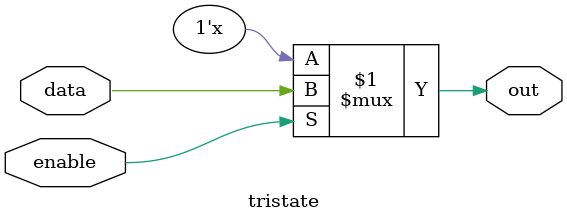
<source format=v>
module tristate(
    input data,
    input enable,
    output out
);

    assign out = enable ? data : 1'bz;

endmodule
</source>
